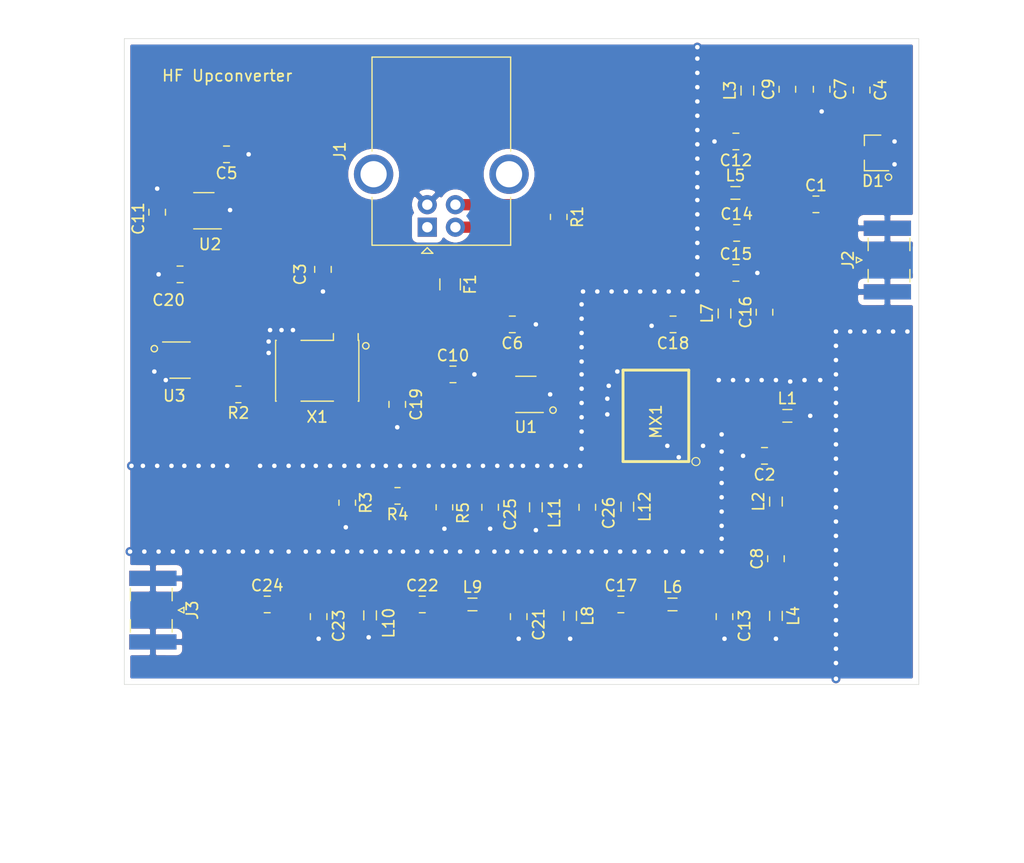
<source format=kicad_pcb>
(kicad_pcb (version 20171130) (host pcbnew "(5.1.10)-1")
  (layers (0 F.Cu signal) (31 B.Cu signal hide) (34 B.Paste user) (35 F.Paste user) (36 B.SilkS user) (37 F.SilkS user) (38 B.Mask user) (39 F.Mask user) (44 Edge.Cuts user))
  (net 0 "")
  (net 1 "Net-(C1-Pad2)")
  (net 2 "Net-(C1-Pad1)")
  (net 3 Output)
  (net 4 GND)
  (net 5 "Net-(C3-Pad1)")
  (net 6 "Net-(C4-Pad1)")
  (net 7 "Net-(C8-Pad2)")
  (net 8 "Net-(C13-Pad1)")
  (net 9 "Net-(C12-Pad1)")
  (net 10 +3V3)
  (net 11 +5V)
  (net 12 "Net-(C14-Pad1)")
  (net 13 RF)
  (net 14 "Net-(C17-Pad2)")
  (net 15 "Net-(C17-Pad1)")
  (net 16 "Net-(C22-Pad2)")
  (net 17 "Net-(C22-Pad1)")
  (net 18 "Net-(C24-Pad1)")
  (net 19 OSC)
  (net 20 "Net-(C26-Pad1)")
  (net 21 "Net-(F1-Pad1)")
  (net 22 "Net-(J1-Pad2)")
  (net 23 "Net-(J1-Pad3)")
  (net 24 "Net-(J1-Pad5)")
  (net 25 "Net-(R2-Pad2)")
  (net 26 "Net-(R2-Pad1)")
  (net 27 "Net-(R3-Pad1)")
  (net 28 "Net-(U1-Pad4)")
  (net 29 "Net-(U2-Pad4)")
  (module Connector_Coaxial:SMA_Samtec_SMA-J-P-X-ST-EM1_EdgeMount (layer F.Cu) (at 116.586 49.657 90)
    (fp_text reference J2 (at 0 -3.5 90) (layer F.SilkS))
    (fp_text value "SMA IN")
    (pad 2 smd rect (at -2.825 0 90) (size 1.35 4.2) (layers B.Cu B.Paste B.Mask) (net 4 GND))
    (pad 2 smd rect (at 2.825 0 90) (size 1.35 4.2) (layers B.Cu B.Paste B.Mask) (net 4 GND))
    (pad 2 smd rect (at -2.825 0 90) (size 1.35 4.2) (layers F.Cu F.Paste F.Mask) (net 4 GND))
    (pad 2 smd rect (at 2.825 0 90) (size 1.35 4.2) (layers F.Cu F.Paste F.Mask) (net 4 GND))
    (pad 1 smd rect (at 0 0.2 90) (size 1.27 3.6) (layers F.Cu F.Paste F.Mask) (net 1 "Net-(C1-Pad2)"))
  )
  (module Connector_Coaxial:SMA_Samtec_SMA-J-P-X-ST-EM1_EdgeMount (layer F.Cu) (at 51.308 80.772 270)
    (fp_text reference J3 (at 0 -3.5 90) (layer F.SilkS))
    (fp_text value "SMA OUT")
    (pad 1 smd rect (at 0 0.2 270) (size 1.27 3.6) (layers F.Cu F.Paste F.Mask) (net 18 "Net-(C24-Pad1)"))
    (pad 2 smd rect (at 2.825 0 270) (size 1.35 4.2) (layers F.Cu F.Paste F.Mask) (net 4 GND))
    (pad 2 smd rect (at -2.825 0 270) (size 1.35 4.2) (layers F.Cu F.Paste F.Mask) (net 4 GND))
    (pad 2 smd rect (at 2.825 0 270) (size 1.35 4.2) (layers B.Cu B.Paste B.Mask) (net 4 GND))
    (pad 2 smd rect (at -2.825 0 270) (size 1.35 4.2) (layers B.Cu B.Paste B.Mask) (net 4 GND))
  )
  (module Capacitor_SMD:C_0805_2012Metric (layer F.Cu) (at 53.721 50.927 180)
    (fp_text reference C20 (at 1.016 -2.286) (layer F.SilkS))
    (fp_text value 100nF)
    (pad 2 smd roundrect (at 0.95 0 180) (size 1 1.45) (layers F.Cu F.Paste F.Mask) (net 4 GND))
    (pad 1 smd roundrect (at -0.95 0 180) (size 1 1.45) (layers F.Cu F.Paste F.Mask) (net 11 +5V))
  )
  (module Capacitor_SMD:C_0805_2012Metric (layer F.Cu) (at 110.236 44.704)
    (fp_text reference C1 (at 0 -1.68) (layer F.SilkS))
    (fp_text value 100nF)
    (pad 2 smd roundrect (at 0.95 0) (size 1 1.45) (layers F.Cu F.Paste F.Mask) (net 1 "Net-(C1-Pad2)"))
    (pad 1 smd roundrect (at -0.95 0) (size 1 1.45) (layers F.Cu F.Paste F.Mask) (net 2 "Net-(C1-Pad1)"))
  )
  (module Capacitor_SMD:C_0805_2012Metric (layer F.Cu) (at 105.664 67.056 180)
    (fp_text reference C2 (at 0 -1.68) (layer F.SilkS))
    (fp_text value 18pF)
    (pad 1 smd roundrect (at -0.95 0 180) (size 1 1.45) (layers F.Cu F.Paste F.Mask) (net 3 Output))
    (pad 2 smd roundrect (at 0.95 0 180) (size 1 1.45) (layers F.Cu F.Paste F.Mask) (net 4 GND))
  )
  (module Capacitor_SMD:C_0805_2012Metric (layer F.Cu) (at 66.421 50.485 270)
    (fp_text reference C3 (at 0.442 2.032 90) (layer F.SilkS))
    (fp_text value 4.7uF)
    (pad 2 smd roundrect (at 0.95 0 270) (size 1 1.45) (layers F.Cu F.Paste F.Mask) (net 4 GND))
    (pad 1 smd roundrect (at -0.95 0 270) (size 1 1.45) (layers F.Cu F.Paste F.Mask) (net 5 "Net-(C3-Pad1)"))
  )
  (module Capacitor_SMD:C_0805_2012Metric (layer F.Cu) (at 114.3 34.544 270)
    (fp_text reference C4 (at 0 -1.68 90) (layer F.SilkS))
    (fp_text value 100nF)
    (pad 1 smd roundrect (at -0.95 0 270) (size 1 1.45) (layers F.Cu F.Paste F.Mask) (net 6 "Net-(C4-Pad1)"))
    (pad 2 smd roundrect (at 0.95 0 270) (size 1 1.45) (layers F.Cu F.Paste F.Mask) (net 2 "Net-(C1-Pad1)"))
  )
  (module Capacitor_SMD:C_0805_2012Metric (layer F.Cu) (at 57.851 40.259 180)
    (fp_text reference C5 (at 0 -1.68) (layer F.SilkS))
    (fp_text value 1uF)
    (pad 1 smd roundrect (at -0.95 0 180) (size 1 1.45) (layers F.Cu F.Paste F.Mask) (net 4 GND))
    (pad 2 smd roundrect (at 0.95 0 180) (size 1 1.45) (layers F.Cu F.Paste F.Mask) (net 5 "Net-(C3-Pad1)"))
  )
  (module Capacitor_SMD:C_0805_2012Metric (layer F.Cu) (at 83.251 55.372 180)
    (fp_text reference C6 (at 0 -1.68) (layer F.SilkS))
    (fp_text value 1uF)
    (pad 2 smd roundrect (at 0.95 0 180) (size 1 1.45) (layers F.Cu F.Paste F.Mask) (net 5 "Net-(C3-Pad1)"))
    (pad 1 smd roundrect (at -0.95 0 180) (size 1 1.45) (layers F.Cu F.Paste F.Mask) (net 4 GND))
  )
  (module Capacitor_SMD:C_0805_2012Metric (layer F.Cu) (at 110.744 34.478 270)
    (fp_text reference C7 (at 0 -1.68 90) (layer F.SilkS))
    (fp_text value 160pF)
    (pad 2 smd roundrect (at 0.95 0 270) (size 1 1.45) (layers F.Cu F.Paste F.Mask) (net 4 GND))
    (pad 1 smd roundrect (at -0.95 0 270) (size 1 1.45) (layers F.Cu F.Paste F.Mask) (net 6 "Net-(C4-Pad1)"))
  )
  (module Capacitor_SMD:C_0805_2012Metric (layer F.Cu) (at 106.68 76.2 90)
    (fp_text reference C8 (at 0 -1.68 90) (layer F.SilkS))
    (fp_text value 8.2pF)
    (pad 2 smd roundrect (at 0.95 0 90) (size 1 1.45) (layers F.Cu F.Paste F.Mask) (net 7 "Net-(C8-Pad2)"))
    (pad 1 smd roundrect (at -0.95 0 90) (size 1 1.45) (layers F.Cu F.Paste F.Mask) (net 8 "Net-(C13-Pad1)"))
  )
  (module Capacitor_SMD:C_0805_2012Metric (layer F.Cu) (at 107.696 34.478 90)
    (fp_text reference C9 (at 0 -1.68 90) (layer F.SilkS))
    (fp_text value 18pF)
    (pad 1 smd roundrect (at -0.95 0 90) (size 1 1.45) (layers F.Cu F.Paste F.Mask) (net 9 "Net-(C12-Pad1)"))
    (pad 2 smd roundrect (at 0.95 0 90) (size 1 1.45) (layers F.Cu F.Paste F.Mask) (net 6 "Net-(C4-Pad1)"))
  )
  (module Capacitor_SMD:C_0805_2012Metric (layer F.Cu) (at 77.978 59.817)
    (fp_text reference C10 (at 0 -1.68) (layer F.SilkS))
    (fp_text value 4.7uF)
    (pad 1 smd roundrect (at -0.95 0) (size 1 1.45) (layers F.Cu F.Paste F.Mask) (net 10 +3V3))
    (pad 2 smd roundrect (at 0.95 0) (size 1 1.45) (layers F.Cu F.Paste F.Mask) (net 4 GND))
  )
  (module Capacitor_SMD:C_0805_2012Metric (layer F.Cu) (at 51.689 45.405 90)
    (fp_text reference C11 (at -0.569 -1.68 90) (layer F.SilkS))
    (fp_text value 4.7uF)
    (pad 2 smd roundrect (at 0.95 0 90) (size 1 1.45) (layers F.Cu F.Paste F.Mask) (net 4 GND))
    (pad 1 smd roundrect (at -0.95 0 90) (size 1 1.45) (layers F.Cu F.Paste F.Mask) (net 11 +5V))
  )
  (module Capacitor_SMD:C_0805_2012Metric (layer F.Cu) (at 103.124 39.116 180)
    (fp_text reference C12 (at 0 -1.68) (layer F.SilkS))
    (fp_text value 200pF)
    (pad 1 smd roundrect (at -0.95 0 180) (size 1 1.45) (layers F.Cu F.Paste F.Mask) (net 9 "Net-(C12-Pad1)"))
    (pad 2 smd roundrect (at 0.95 0 180) (size 1 1.45) (layers F.Cu F.Paste F.Mask) (net 4 GND))
  )
  (module Capacitor_SMD:C_0805_2012Metric (layer F.Cu) (at 102.108 81.346 270)
    (fp_text reference C13 (at 0.823 -1.778 90) (layer F.SilkS))
    (fp_text value 75pF)
    (pad 1 smd roundrect (at -0.95 0 270) (size 1 1.45) (layers F.Cu F.Paste F.Mask) (net 8 "Net-(C13-Pad1)"))
    (pad 2 smd roundrect (at 0.95 0 270) (size 1 1.45) (layers F.Cu F.Paste F.Mask) (net 4 GND))
  )
  (module Capacitor_SMD:C_0805_2012Metric (layer F.Cu) (at 103.19 47.244)
    (fp_text reference C14 (at 0 -1.68) (layer F.SilkS))
    (fp_text value 90pF)
    (pad 2 smd roundrect (at 0.95 0) (size 1 1.45) (layers F.Cu F.Paste F.Mask) (net 9 "Net-(C12-Pad1)"))
    (pad 1 smd roundrect (at -0.95 0) (size 1 1.45) (layers F.Cu F.Paste F.Mask) (net 12 "Net-(C14-Pad1)"))
  )
  (module Capacitor_SMD:C_0805_2012Metric (layer F.Cu) (at 103.124 50.8)
    (fp_text reference C15 (at 0 -1.68) (layer F.SilkS))
    (fp_text value 160pF)
    (pad 1 smd roundrect (at -0.95 0) (size 1 1.45) (layers F.Cu F.Paste F.Mask) (net 12 "Net-(C14-Pad1)"))
    (pad 2 smd roundrect (at 0.95 0) (size 1 1.45) (layers F.Cu F.Paste F.Mask) (net 4 GND))
  )
  (module Capacitor_SMD:C_0805_2012Metric (layer F.Cu) (at 105.664 54.29 90)
    (fp_text reference C16 (at 0 -1.68 90) (layer F.SilkS))
    (fp_text value 62pF)
    (pad 1 smd roundrect (at -0.95 0 90) (size 1 1.45) (layers F.Cu F.Paste F.Mask) (net 13 RF))
    (pad 2 smd roundrect (at 0.95 0 90) (size 1 1.45) (layers F.Cu F.Paste F.Mask) (net 12 "Net-(C14-Pad1)"))
  )
  (module Capacitor_SMD:C_0805_2012Metric (layer F.Cu) (at 92.898 80.264)
    (fp_text reference C17 (at 0 -1.68) (layer F.SilkS))
    (fp_text value 5.1pF)
    (pad 2 smd roundrect (at 0.95 0) (size 1 1.45) (layers F.Cu F.Paste F.Mask) (net 14 "Net-(C17-Pad2)"))
    (pad 1 smd roundrect (at -0.95 0) (size 1 1.45) (layers F.Cu F.Paste F.Mask) (net 15 "Net-(C17-Pad1)"))
  )
  (module Capacitor_SMD:C_0805_2012Metric (layer F.Cu) (at 97.536 55.372 180)
    (fp_text reference C18 (at 0 -1.68) (layer F.SilkS))
    (fp_text value 130pF)
    (pad 1 smd roundrect (at -0.95 0 180) (size 1 1.45) (layers F.Cu F.Paste F.Mask) (net 13 RF))
    (pad 2 smd roundrect (at 0.95 0 180) (size 1 1.45) (layers F.Cu F.Paste F.Mask) (net 4 GND))
  )
  (module Capacitor_SMD:C_0805_2012Metric (layer F.Cu) (at 73.025 62.484 270)
    (fp_text reference C19 (at 0 -1.68 90) (layer F.SilkS))
    (fp_text value 100nF)
    (pad 1 smd roundrect (at -0.95 0 270) (size 1 1.45) (layers F.Cu F.Paste F.Mask) (net 10 +3V3))
    (pad 2 smd roundrect (at 0.95 0 270) (size 1 1.45) (layers F.Cu F.Paste F.Mask) (net 4 GND))
  )
  (module Capacitor_SMD:C_0805_2012Metric (layer F.Cu) (at 83.82 81.346 270)
    (fp_text reference C21 (at 0.696 -1.778 90) (layer F.SilkS))
    (fp_text value 75pF)
    (pad 1 smd roundrect (at -0.95 0 270) (size 1 1.45) (layers F.Cu F.Paste F.Mask) (net 15 "Net-(C17-Pad1)"))
    (pad 2 smd roundrect (at 0.95 0 270) (size 1 1.45) (layers F.Cu F.Paste F.Mask) (net 4 GND))
  )
  (module Capacitor_SMD:C_0805_2012Metric (layer F.Cu) (at 75.25 80.264)
    (fp_text reference C22 (at 0 -1.68) (layer F.SilkS))
    (fp_text value 8.2pF)
    (pad 2 smd roundrect (at 0.95 0) (size 1 1.45) (layers F.Cu F.Paste F.Mask) (net 16 "Net-(C22-Pad2)"))
    (pad 1 smd roundrect (at -0.95 0) (size 1 1.45) (layers F.Cu F.Paste F.Mask) (net 17 "Net-(C22-Pad1)"))
  )
  (module Capacitor_SMD:C_0805_2012Metric (layer F.Cu) (at 66.04 81.346 270)
    (fp_text reference C23 (at 0.823 -1.778 90) (layer F.SilkS))
    (fp_text value 18pF)
    (pad 2 smd roundrect (at 0.95 0 270) (size 1 1.45) (layers F.Cu F.Paste F.Mask) (net 4 GND))
    (pad 1 smd roundrect (at -0.95 0 270) (size 1 1.45) (layers F.Cu F.Paste F.Mask) (net 17 "Net-(C22-Pad1)"))
  )
  (module Capacitor_SMD:C_0805_2012Metric (layer F.Cu) (at 61.468 80.264)
    (fp_text reference C24 (at 0 -1.68) (layer F.SilkS))
    (fp_text value 100nF)
    (pad 1 smd roundrect (at -0.95 0) (size 1 1.45) (layers F.Cu F.Paste F.Mask) (net 18 "Net-(C24-Pad1)"))
    (pad 2 smd roundrect (at 0.95 0) (size 1 1.45) (layers F.Cu F.Paste F.Mask) (net 17 "Net-(C22-Pad1)"))
  )
  (module Capacitor_SMD:C_0805_2012Metric (layer F.Cu) (at 81.28 71.628 270)
    (fp_text reference C25 (at 0.635 -1.778 90) (layer F.SilkS))
    (fp_text value 68pF)
    (pad 1 smd roundrect (at -0.95 0 270) (size 1 1.45) (layers F.Cu F.Paste F.Mask) (net 19 OSC))
    (pad 2 smd roundrect (at 0.95 0 270) (size 1 1.45) (layers F.Cu F.Paste F.Mask) (net 4 GND))
  )
  (module Capacitor_SMD:C_0805_2012Metric (layer F.Cu) (at 89.916 71.628 90)
    (fp_text reference C26 (at -0.508 1.905 90) (layer F.SilkS))
    (fp_text value 47pF)
    (pad 2 smd roundrect (at 0.95 0 90) (size 1 1.45) (layers F.Cu F.Paste F.Mask) (net 19 OSC))
    (pad 1 smd roundrect (at -0.95 0 90) (size 1 1.45) (layers F.Cu F.Paste F.Mask) (net 20 "Net-(C26-Pad1)"))
  )
  (module Package_TO_SOT_SMD:SOT-23 (layer F.Cu) (at 115.3 40.132 180)
    (fp_text reference D1 (at 0 -2.5) (layer F.SilkS))
    (fp_text value BAV99)
    (pad 1 smd rect (at -1 -0.95 180) (size 0.9 0.8) (layers F.Cu F.Paste F.Mask) (net 4 GND))
    (pad 2 smd rect (at -1 0.95 180) (size 0.9 0.8) (layers F.Cu F.Paste F.Mask) (net 4 GND))
    (pad 3 smd rect (at 1 0 180) (size 0.9 0.8) (layers F.Cu F.Paste F.Mask) (net 2 "Net-(C1-Pad1)"))
  )
  (module Fuse:Fuse_1206_3216Metric_Castellated (layer F.Cu) (at 77.724 51.816 270)
    (fp_text reference F1 (at 0 -1.78 90) (layer F.SilkS))
    (fp_text value 750mA)
    (pad 1 smd roundrect (at -1.425 0 270) (size 1.6 1.65) (layers F.Cu F.Paste F.Mask) (roundrect_rratio 0.15625) (net 21 "Net-(F1-Pad1)"))
    (pad 2 smd roundrect (at 1.425 0 270) (size 1.6 1.65) (layers F.Cu F.Paste F.Mask) (roundrect_rratio 0.15625) (net 5 "Net-(C3-Pad1)"))
  )
  (module Connector_USB:USB_B_OST_USB-B1HSxx_Horizontal (layer F.Cu) (at 75.692 46.736 90)
    (fp_text reference J1 (at 6.76 -7.77 90) (layer F.SilkS))
    (fp_text value USB_B)
    (pad 1 thru_hole rect (at 0 0 90) (size 1.7 1.7) (drill 0.92) (layers *.Cu *.Mask) (net 21 "Net-(F1-Pad1)"))
    (pad 2 thru_hole circle (at 0 2.5 90) (size 1.7 1.7) (drill 0.92) (layers *.Cu *.Mask) (net 22 "Net-(J1-Pad2)"))
    (pad 3 thru_hole circle (at 2 2.5 90) (size 1.7 1.7) (drill 0.92) (layers *.Cu *.Mask) (net 23 "Net-(J1-Pad3)"))
    (pad 4 thru_hole circle (at 2 0 90) (size 1.7 1.7) (drill 0.92) (layers *.Cu *.Mask) (net 4 GND))
    (pad 5 thru_hole circle (at 4.71 -4.77 90) (size 3.5 3.5) (drill 2.33) (layers *.Cu *.Mask) (net 24 "Net-(J1-Pad5)"))
    (pad 5 thru_hole circle (at 4.71 7.27 90) (size 3.5 3.5) (drill 2.33) (layers *.Cu *.Mask) (net 24 "Net-(J1-Pad5)"))
  )
  (module Inductor_SMD:L_0805_2012Metric (layer F.Cu) (at 107.696 63.5)
    (fp_text reference L1 (at 0 -1.55) (layer F.SilkS))
    (fp_text value 62nH)
    (pad 1 smd roundrect (at -1.0625 0) (size 0.875 1.2) (layers F.Cu F.Paste F.Mask) (net 3 Output))
    (pad 2 smd roundrect (at 1.0625 0) (size 0.875 1.2) (layers F.Cu F.Paste F.Mask) (net 4 GND))
  )
  (module Inductor_SMD:L_0805_2012Metric (layer F.Cu) (at 106.68 71.12 90)
    (fp_text reference L2 (at 0 -1.55 90) (layer F.SilkS))
    (fp_text value 130nH)
    (pad 2 smd roundrect (at 1.0625 0 90) (size 0.875 1.2) (layers F.Cu F.Paste F.Mask) (net 3 Output))
    (pad 1 smd roundrect (at -1.0625 0 90) (size 0.875 1.2) (layers F.Cu F.Paste F.Mask) (net 7 "Net-(C8-Pad2)"))
  )
  (module Inductor_SMD:L_0805_2012Metric (layer F.Cu) (at 104.14 34.5905 90)
    (fp_text reference L3 (at 0 -1.55 90) (layer F.SilkS))
    (fp_text value 270nH)
    (pad 2 smd roundrect (at 1.0625 0 90) (size 0.875 1.2) (layers F.Cu F.Paste F.Mask) (net 6 "Net-(C4-Pad1)"))
    (pad 1 smd roundrect (at -1.0625 0 90) (size 0.875 1.2) (layers F.Cu F.Paste F.Mask) (net 9 "Net-(C12-Pad1)"))
  )
  (module Inductor_SMD:L_0805_2012Metric (layer F.Cu) (at 106.68 81.28 270)
    (fp_text reference L4 (at 0 -1.55 90) (layer F.SilkS))
    (fp_text value 15nH)
    (pad 1 smd roundrect (at -1.0625 0 270) (size 0.875 1.2) (layers F.Cu F.Paste F.Mask) (net 8 "Net-(C13-Pad1)"))
    (pad 2 smd roundrect (at 1.0625 0 270) (size 0.875 1.2) (layers F.Cu F.Paste F.Mask) (net 4 GND))
  )
  (module Inductor_SMD:L_0805_2012Metric (layer F.Cu) (at 103.0775 43.688)
    (fp_text reference L5 (at 0 -1.55) (layer F.SilkS))
    (fp_text value 180nH)
    (pad 1 smd roundrect (at -1.0625 0) (size 0.875 1.2) (layers F.Cu F.Paste F.Mask) (net 12 "Net-(C14-Pad1)"))
    (pad 2 smd roundrect (at 1.0625 0) (size 0.875 1.2) (layers F.Cu F.Paste F.Mask) (net 9 "Net-(C12-Pad1)"))
  )
  (module Inductor_SMD:L_0805_2012Metric (layer F.Cu) (at 97.4895 80.264)
    (fp_text reference L6 (at 0 -1.55) (layer F.SilkS))
    (fp_text value 220nH)
    (pad 2 smd roundrect (at 1.0625 0) (size 0.875 1.2) (layers F.Cu F.Paste F.Mask) (net 8 "Net-(C13-Pad1)"))
    (pad 1 smd roundrect (at -1.0625 0) (size 0.875 1.2) (layers F.Cu F.Paste F.Mask) (net 14 "Net-(C17-Pad2)"))
  )
  (module Inductor_SMD:L_0805_2012Metric (layer F.Cu) (at 102.108 54.4025 90)
    (fp_text reference L7 (at 0 -1.55 90) (layer F.SilkS))
    (fp_text value 200nH)
    (pad 2 smd roundrect (at 1.0625 0 90) (size 0.875 1.2) (layers F.Cu F.Paste F.Mask) (net 12 "Net-(C14-Pad1)"))
    (pad 1 smd roundrect (at -1.0625 0 90) (size 0.875 1.2) (layers F.Cu F.Paste F.Mask) (net 13 RF))
  )
  (module Inductor_SMD:L_0805_2012Metric (layer F.Cu) (at 88.392 81.28 270)
    (fp_text reference L8 (at 0 -1.55 90) (layer F.SilkS))
    (fp_text value 15nH)
    (pad 1 smd roundrect (at -1.0625 0 270) (size 0.875 1.2) (layers F.Cu F.Paste F.Mask) (net 15 "Net-(C17-Pad1)"))
    (pad 2 smd roundrect (at 1.0625 0 270) (size 0.875 1.2) (layers F.Cu F.Paste F.Mask) (net 4 GND))
  )
  (module Inductor_SMD:L_0805_2012Metric (layer F.Cu) (at 79.7095 80.264)
    (fp_text reference L9 (at 0 -1.55) (layer F.SilkS))
    (fp_text value 130nH)
    (pad 1 smd roundrect (at -1.0625 0) (size 0.875 1.2) (layers F.Cu F.Paste F.Mask) (net 16 "Net-(C22-Pad2)"))
    (pad 2 smd roundrect (at 1.0625 0) (size 0.875 1.2) (layers F.Cu F.Paste F.Mask) (net 15 "Net-(C17-Pad1)"))
  )
  (module Inductor_SMD:L_0805_2012Metric (layer F.Cu) (at 70.612 81.2335 270)
    (fp_text reference L10 (at 0.6815 -1.651 90) (layer F.SilkS))
    (fp_text value 62nH)
    (pad 2 smd roundrect (at 1.0625 0 270) (size 0.875 1.2) (layers F.Cu F.Paste F.Mask) (net 4 GND))
    (pad 1 smd roundrect (at -1.0625 0 270) (size 0.875 1.2) (layers F.Cu F.Paste F.Mask) (net 17 "Net-(C22-Pad1)"))
  )
  (module Inductor_SMD:L_0805_2012Metric (layer F.Cu) (at 85.344 71.628 270)
    (fp_text reference L11 (at 0.508 -1.651 90) (layer F.SilkS))
    (fp_text value 24nH)
    (pad 1 smd roundrect (at -1.0625 0 270) (size 0.875 1.2) (layers F.Cu F.Paste F.Mask) (net 19 OSC))
    (pad 2 smd roundrect (at 1.0625 0 270) (size 0.875 1.2) (layers F.Cu F.Paste F.Mask) (net 4 GND))
  )
  (module Inductor_SMD:L_0805_2012Metric (layer F.Cu) (at 93.472 71.5815 270)
    (fp_text reference L12 (at 0 -1.55 90) (layer F.SilkS))
    (fp_text value 36nH)
    (pad 2 smd roundrect (at 1.0625 0 270) (size 0.875 1.2) (layers F.Cu F.Paste F.Mask) (net 20 "Net-(C26-Pad1)"))
    (pad 1 smd roundrect (at -1.0625 0 270) (size 0.875 1.2) (layers F.Cu F.Paste F.Mask) (net 19 OSC))
  )
  (module ADE-1:CD636 (layer F.Cu) (at 96.012 63.5 90)
    (fp_text reference MX1 (at -0.508 0 270) (layer F.SilkS) (effects (font (size 1.00185 1.00185))))
    (fp_text value ADE-1)
    (pad 6 smd rect (at -2.54 -2.54 90) (size 1.651 2.54) (layers F.Cu F.Paste F.Mask) (net 19 OSC))
    (pad 5 smd rect (at 0 -2.54 90) (size 1.651 2.54) (layers F.Cu F.Paste F.Mask) (net 4 GND))
    (pad 4 smd rect (at 2.54 -2.54 90) (size 1.651 2.54) (layers F.Cu F.Paste F.Mask) (net 4 GND))
    (pad 3 smd rect (at 2.54 2.54 90) (size 1.651 2.54) (layers F.Cu F.Paste F.Mask) (net 13 RF))
    (pad 2 smd rect (at 0 2.54 90) (size 1.651 2.54) (layers F.Cu F.Paste F.Mask) (net 3 Output))
    (pad 1 smd rect (at -2.54 2.54 90) (size 1.651 2.54) (layers F.Cu F.Paste F.Mask) (net 4 GND))
  )
  (module Resistor_SMD:R_0805_2012Metric (layer F.Cu) (at 87.376 45.8235 270)
    (fp_text reference R1 (at 0 -1.65 90) (layer F.SilkS))
    (fp_text value 160)
    (pad 2 smd roundrect (at 0.9125 0 270) (size 1.025 1.4) (layers F.Cu F.Paste F.Mask) (roundrect_rratio 0.2439014634146341) (net 22 "Net-(J1-Pad2)"))
    (pad 1 smd roundrect (at -0.9125 0 270) (size 1.025 1.4) (layers F.Cu F.Paste F.Mask) (roundrect_rratio 0.2439014634146341) (net 23 "Net-(J1-Pad3)"))
  )
  (module Resistor_SMD:R_0805_2012Metric (layer F.Cu) (at 58.9045 61.595 180)
    (fp_text reference R2 (at 0 -1.65) (layer F.SilkS))
    (fp_text value 160)
    (pad 2 smd roundrect (at 0.9125 0 180) (size 1.025 1.4) (layers F.Cu F.Paste F.Mask) (roundrect_rratio 0.2439014634146341) (net 25 "Net-(R2-Pad2)"))
    (pad 1 smd roundrect (at -0.9125 0 180) (size 1.025 1.4) (layers F.Cu F.Paste F.Mask) (roundrect_rratio 0.2439014634146341) (net 26 "Net-(R2-Pad1)"))
  )
  (module Resistor_SMD:R_0805_2012Metric (layer F.Cu) (at 68.58 71.2235 270)
    (fp_text reference R3 (at 0 -1.65 90) (layer F.SilkS))
    (fp_text value 160)
    (pad 1 smd roundrect (at -0.9125 0 270) (size 1.025 1.4) (layers F.Cu F.Paste F.Mask) (roundrect_rratio 0.2439014634146341) (net 27 "Net-(R3-Pad1)"))
    (pad 2 smd roundrect (at 0.9125 0 270) (size 1.025 1.4) (layers F.Cu F.Paste F.Mask) (roundrect_rratio 0.2439014634146341) (net 4 GND))
  )
  (module Resistor_SMD:R_0805_2012Metric (layer F.Cu) (at 73.0485 70.612 180)
    (fp_text reference R4 (at 0 -1.65) (layer F.SilkS))
    (fp_text value 36)
    (pad 1 smd roundrect (at -0.9125 0 180) (size 1.025 1.4) (layers F.Cu F.Paste F.Mask) (roundrect_rratio 0.2439014634146341) (net 19 OSC))
    (pad 2 smd roundrect (at 0.9125 0 180) (size 1.025 1.4) (layers F.Cu F.Paste F.Mask) (roundrect_rratio 0.2439014634146341) (net 27 "Net-(R3-Pad1)"))
  )
  (module Resistor_SMD:R_0805_2012Metric (layer F.Cu) (at 77.216 71.628 270)
    (fp_text reference R5 (at 0.508 -1.651 90) (layer F.SilkS))
    (fp_text value 160)
    (pad 2 smd roundrect (at 0.9125 0 270) (size 1.025 1.4) (layers F.Cu F.Paste F.Mask) (roundrect_rratio 0.2439014634146341) (net 4 GND))
    (pad 1 smd roundrect (at -0.9125 0 270) (size 1.025 1.4) (layers F.Cu F.Paste F.Mask) (roundrect_rratio 0.2439014634146341) (net 19 OSC))
  )
  (module Package_TO_SOT_SMD:SOT-23-5 (layer F.Cu) (at 84.455 61.595 180)
    (fp_text reference U1 (at 0 -2.9) (layer F.SilkS))
    (fp_text value LP5907MFX-3.3)
    (pad 1 smd rect (at -1.1 -0.95 180) (size 1.06 0.65) (layers F.Cu F.Paste F.Mask) (net 5 "Net-(C3-Pad1)"))
    (pad 2 smd rect (at -1.1 0 180) (size 1.06 0.65) (layers F.Cu F.Paste F.Mask) (net 4 GND))
    (pad 3 smd rect (at -1.1 0.95 180) (size 1.06 0.65) (layers F.Cu F.Paste F.Mask) (net 5 "Net-(C3-Pad1)"))
    (pad 4 smd rect (at 1.1 0.95 180) (size 1.06 0.65) (layers F.Cu F.Paste F.Mask) (net 28 "Net-(U1-Pad4)"))
    (pad 5 smd rect (at 1.1 -0.95 180) (size 1.06 0.65) (layers F.Cu F.Paste F.Mask) (net 10 +3V3))
  )
  (module Package_TO_SOT_SMD:SOT-23-5 (layer F.Cu) (at 55.837 45.273 180)
    (fp_text reference U2 (at -0.551 -2.987) (layer F.SilkS))
    (fp_text value LP5907MFX-4.5)
    (pad 5 smd rect (at 1.1 -0.95 180) (size 1.06 0.65) (layers F.Cu F.Paste F.Mask) (net 11 +5V))
    (pad 4 smd rect (at 1.1 0.95 180) (size 1.06 0.65) (layers F.Cu F.Paste F.Mask) (net 29 "Net-(U2-Pad4)"))
    (pad 3 smd rect (at -1.1 0.95 180) (size 1.06 0.65) (layers F.Cu F.Paste F.Mask) (net 5 "Net-(C3-Pad1)"))
    (pad 2 smd rect (at -1.1 0 180) (size 1.06 0.65) (layers F.Cu F.Paste F.Mask) (net 4 GND))
    (pad 1 smd rect (at -1.1 -0.95 180) (size 1.06 0.65) (layers F.Cu F.Paste F.Mask) (net 5 "Net-(C3-Pad1)"))
  )
  (module Package_TO_SOT_SMD:SOT-23-5 (layer F.Cu) (at 53.721 58.547)
    (fp_text reference U3 (at -0.508 3.175) (layer F.SilkS))
    (fp_text value 74LVC1G126)
    (pad 1 smd rect (at -1.1 -0.95) (size 1.06 0.65) (layers F.Cu F.Paste F.Mask) (net 11 +5V))
    (pad 2 smd rect (at -1.1 0) (size 1.06 0.65) (layers F.Cu F.Paste F.Mask) (net 25 "Net-(R2-Pad2)"))
    (pad 3 smd rect (at -1.1 0.95) (size 1.06 0.65) (layers F.Cu F.Paste F.Mask) (net 4 GND))
    (pad 4 smd rect (at 1.1 0.95) (size 1.06 0.65) (layers F.Cu F.Paste F.Mask) (net 27 "Net-(R3-Pad1)"))
    (pad 5 smd rect (at 1.1 -0.95) (size 1.06 0.65) (layers F.Cu F.Paste F.Mask) (net 11 +5V))
  )
  (module Oscillator:Oscillator_SMD_SeikoEpson_SG8002CA-4Pin_7.0x5.0mm (layer F.Cu) (at 65.913 59.495 180)
    (fp_text reference X1 (at 0 -4.1) (layer F.SilkS))
    (fp_text value SG-8002CA)
    (pad 1 smd rect (at -2.54 2.1 180) (size 1.8 2) (layers F.Cu F.Paste F.Mask) (net 10 +3V3))
    (pad 2 smd rect (at 2.54 2.1 180) (size 1.8 2) (layers F.Cu F.Paste F.Mask) (net 4 GND))
    (pad 3 smd rect (at 2.54 -2.1 180) (size 1.8 2) (layers F.Cu F.Paste F.Mask) (net 26 "Net-(R2-Pad1)"))
    (pad 4 smd rect (at -2.54 -2.1 180) (size 1.8 2) (layers F.Cu F.Paste F.Mask) (net 10 +3V3))
  )
  (gr_text "HF Upconverter\n" (at 57.912 33.274) (layer F.SilkS) (effects (font (size 1 1))))
  (gr_circle (center 116.68302 42.291) (end 116.81002 42.545) (layer F.SilkS) (width 0.12))
  (gr_circle (center 51.435 57.531) (end 51.562 57.785) (layer F.SilkS) (width 0.12))
  (gr_circle (center 86.868 62.992) (end 87.122 62.865) (layer F.SilkS) (width 0.12))
  (gr_circle (center 70.231 57.277) (end 70.358 57.531) (layer F.SilkS) (width 0.12))
  (gr_line (start 119.38 87.376) (end 48.768 87.376) (layer Edge.Cuts) (width 0.05))
  (gr_line (start 119.38 29.972) (end 119.38 87.376) (layer Edge.Cuts) (width 0.05))
  (gr_line (start 48.768 29.972) (end 119.38 29.972) (layer Edge.Cuts) (width 0.05))
  (gr_line (start 48.768 87.376) (end 48.768 29.972) (layer Edge.Cuts) (width 0.05))
  (segment (start 111.186 47.428) (end 111.186 44.704) (width 0.25) (layer F.Cu) (net 1))
  (segment (start 116.7245 49.7185) (end 116.786 49.657) (width 0.25) (layer F.Cu) (net 1))
  (segment (start 113.4765 49.7185) (end 116.7245 49.7185) (width 0.25) (layer F.Cu) (net 1))
  (segment (start 113.542 49.784) (end 113.4765 49.7185) (width 0.25) (layer F.Cu) (net 1))
  (segment (start 113.4765 49.7185) (end 111.186 47.428) (width 0.25) (layer F.Cu) (net 1))
  (segment (start 113.858 40.132) (end 114.3 40.132) (width 0.25) (layer F.Cu) (net 2))
  (segment (start 109.286 44.704) (end 113.858 40.132) (width 0.25) (layer F.Cu) (net 2))
  (segment (start 114.3 40.132) (end 114.3 35.494) (width 0.25) (layer F.Cu) (net 2))
  (segment (start 114.3 35.56) (end 114.3 35.494) (width 0.25) (layer F.Cu) (net 2))
  (segment (start 106.68 67.122) (end 106.614 67.056) (width 0.25) (layer F.Cu) (net 3))
  (segment (start 106.68 70.0575) (end 106.68 67.122) (width 0.25) (layer F.Cu) (net 3))
  (segment (start 106.614 63.6125) (end 106.7265 63.5) (width 0.25) (layer F.Cu) (net 3))
  (segment (start 106.614 67.056) (end 106.614 63.6125) (width 0.25) (layer F.Cu) (net 3))
  (segment (start 106.6335 63.5) (end 98.552 63.5) (width 0.25) (layer F.Cu) (net 3))
  (via (at 66.421 52.451) (size 0.8) (drill 0.4) (layers F.Cu B.Cu) (net 4))
  (via (at 59.817 40.259) (size 0.8) (drill 0.4) (layers F.Cu B.Cu) (net 4))
  (via (at 58.166 45.212) (size 0.8) (drill 0.4) (layers F.Cu B.Cu) (net 4))
  (via (at 51.689 43.307) (size 0.8) (drill 0.4) (layers F.Cu B.Cu) (net 4))
  (via (at 51.816 50.927) (size 0.8) (drill 0.4) (layers F.Cu B.Cu) (net 4))
  (via (at 51.435 59.563) (size 0.8) (drill 0.4) (layers F.Cu B.Cu) (net 4))
  (via (at 52.451 60.325) (size 0.8) (drill 0.4) (layers F.Cu B.Cu) (net 4))
  (via (at 61.595 57.912) (size 0.8) (drill 0.4) (layers F.Cu B.Cu) (net 4))
  (via (at 61.595 56.896) (size 0.8) (drill 0.4) (layers F.Cu B.Cu) (net 4))
  (via (at 61.722 55.88) (size 0.8) (drill 0.4) (layers F.Cu B.Cu) (net 4))
  (via (at 62.738 55.88) (size 0.8) (drill 0.4) (layers F.Cu B.Cu) (net 4))
  (via (at 63.754 55.88) (size 0.8) (drill 0.4) (layers F.Cu B.Cu) (net 4))
  (via (at 68.453 73.406) (size 0.8) (drill 0.4) (layers F.Cu B.Cu) (net 4))
  (via (at 77.216 73.533) (size 0.8) (drill 0.4) (layers F.Cu B.Cu) (net 4))
  (via (at 81.28 73.533) (size 0.8) (drill 0.4) (layers F.Cu B.Cu) (net 4))
  (via (at 66.04 83.312) (size 0.8) (drill 0.4) (layers F.Cu B.Cu) (net 4))
  (via (at 70.485 83.185) (size 0.8) (drill 0.4) (layers F.Cu B.Cu) (net 4))
  (via (at 83.82 83.312) (size 0.8) (drill 0.4) (layers F.Cu B.Cu) (net 4))
  (via (at 88.392 83.312) (size 0.8) (drill 0.4) (layers F.Cu B.Cu) (net 4))
  (via (at 106.68 83.312) (size 0.8) (drill 0.4) (layers F.Cu B.Cu) (net 4))
  (via (at 103.759 67.056) (size 0.8) (drill 0.4) (layers F.Cu B.Cu) (net 4))
  (via (at 91.821 60.833) (size 0.8) (drill 0.4) (layers F.Cu B.Cu) (net 4))
  (via (at 92.583 59.563) (size 0.8) (drill 0.4) (layers F.Cu B.Cu) (net 4))
  (via (at 91.694 63.373) (size 0.8) (drill 0.4) (layers F.Cu B.Cu) (net 4))
  (via (at 91.694 61.976) (size 0.8) (drill 0.4) (layers F.Cu B.Cu) (net 4))
  (via (at 97.028 66.167) (size 0.8) (drill 0.4) (layers F.Cu B.Cu) (net 4))
  (via (at 98.044 67.183) (size 0.8) (drill 0.4) (layers F.Cu B.Cu) (net 4))
  (via (at 100.203 66.167) (size 0.8) (drill 0.4) (layers F.Cu B.Cu) (net 4))
  (via (at 109.728 63.5) (size 0.8) (drill 0.4) (layers F.Cu B.Cu) (net 4))
  (via (at 110.744 36.449) (size 0.8) (drill 0.4) (layers F.Cu B.Cu) (net 4))
  (via (at 79.883 59.817) (size 0.8) (drill 0.4) (layers F.Cu B.Cu) (net 4))
  (via (at 101.219 39.116) (size 0.8) (drill 0.4) (layers F.Cu B.Cu) (net 4))
  (via (at 85.344 55.372) (size 0.8) (drill 0.4) (layers F.Cu B.Cu) (net 4))
  (via (at 105.029 50.8) (size 0.8) (drill 0.4) (layers F.Cu B.Cu) (net 4))
  (via (at 73.025 64.516) (size 0.8) (drill 0.4) (layers F.Cu B.Cu) (net 4))
  (via (at 95.631 55.499) (size 0.8) (drill 0.4) (layers F.Cu B.Cu) (net 4))
  (via (at 117.221 41.148) (size 0.8) (drill 0.4) (layers F.Cu B.Cu) (net 4))
  (via (at 117.221 39.116) (size 0.8) (drill 0.4) (layers F.Cu B.Cu) (net 4))
  (segment (start 59.817 40.259) (end 58.801 40.259) (width 1) (layer F.Cu) (net 4))
  (segment (start 51.689 43.307) (end 51.689 44.455) (width 1) (layer F.Cu) (net 4))
  (segment (start 51.694 44.45) (end 51.689 44.455) (width 1) (layer F.Cu) (net 4))
  (segment (start 58.105 45.273) (end 58.166 45.212) (width 0.5) (layer F.Cu) (net 4))
  (segment (start 56.937 45.273) (end 58.105 45.273) (width 0.5) (layer F.Cu) (net 4))
  (segment (start 51.816 50.927) (end 52.771 50.927) (width 1) (layer F.Cu) (net 4))
  (segment (start 66.421 52.451) (end 66.421 51.435) (width 1) (layer F.Cu) (net 4))
  (segment (start 52.555 59.563) (end 52.621 59.497) (width 0.75) (layer F.Cu) (net 4))
  (segment (start 51.435 59.563) (end 52.555 59.563) (width 0.75) (layer F.Cu) (net 4))
  (segment (start 52.687 59.563) (end 52.621 59.497) (width 0.75) (layer F.Cu) (net 4))
  (segment (start 52.621 60.155) (end 52.451 60.325) (width 0.75) (layer F.Cu) (net 4))
  (segment (start 52.621 59.497) (end 52.621 60.155) (width 0.75) (layer F.Cu) (net 4))
  (segment (start 51.689 59.563) (end 52.451 60.325) (width 0.75) (layer F.Cu) (net 4))
  (segment (start 51.435 59.563) (end 51.689 59.563) (width 0.75) (layer F.Cu) (net 4))
  (segment (start 52.451 60.325) (end 52.832 60.325) (width 0.75) (layer F.Cu) (net 4))
  (segment (start 62.856 57.912) (end 63.373 57.395) (width 1) (layer F.Cu) (net 4))
  (segment (start 63.382 57.404) (end 63.373 57.395) (width 1) (layer F.Cu) (net 4))
  (segment (start 63.754 57.014) (end 63.373 57.395) (width 1) (layer F.Cu) (net 4))
  (segment (start 63.754 55.88) (end 63.754 57.014) (width 1) (layer F.Cu) (net 4))
  (segment (start 62.738 56.76) (end 63.373 57.395) (width 1) (layer F.Cu) (net 4))
  (segment (start 62.738 55.88) (end 62.738 56.76) (width 1) (layer F.Cu) (net 4))
  (segment (start 62.874 56.896) (end 63.373 57.395) (width 1) (layer F.Cu) (net 4))
  (segment (start 61.595 56.896) (end 62.874 56.896) (width 1) (layer F.Cu) (net 4))
  (segment (start 61.595 56.896) (end 61.595 57.912) (width 1) (layer F.Cu) (net 4))
  (segment (start 62.738 57.404) (end 62.23 57.912) (width 1) (layer F.Cu) (net 4))
  (segment (start 62.738 55.88) (end 62.738 57.404) (width 1) (layer F.Cu) (net 4))
  (segment (start 62.23 57.912) (end 62.856 57.912) (width 1) (layer F.Cu) (net 4))
  (segment (start 61.595 57.912) (end 62.23 57.912) (width 1) (layer F.Cu) (net 4))
  (segment (start 61.858 55.88) (end 63.373 57.395) (width 1) (layer F.Cu) (net 4))
  (segment (start 61.722 55.88) (end 61.858 55.88) (width 1) (layer F.Cu) (net 4))
  (segment (start 68.58 73.279) (end 68.453 73.406) (width 1) (layer F.Cu) (net 4))
  (segment (start 68.58 72.136) (end 68.58 73.279) (width 1) (layer F.Cu) (net 4))
  (segment (start 77.216 73.533) (end 77.216 72.5405) (width 1) (layer F.Cu) (net 4))
  (segment (start 81.28 72.578) (end 81.28 73.533) (width 1) (layer F.Cu) (net 4))
  (segment (start 66.04 83.312) (end 66.04 82.296) (width 1) (layer F.Cu) (net 4))
  (segment (start 70.485 82.423) (end 70.612 82.296) (width 1) (layer F.Cu) (net 4))
  (segment (start 70.485 83.185) (end 70.485 82.423) (width 1) (layer F.Cu) (net 4))
  (segment (start 83.82 82.296) (end 83.82 83.312) (width 1) (layer F.Cu) (net 4))
  (segment (start 88.392 82.3425) (end 88.392 83.312) (width 1) (layer F.Cu) (net 4))
  (segment (start 102.108 82.296) (end 102.108 83.312) (width 1) (layer F.Cu) (net 4))
  (segment (start 106.68 82.3425) (end 106.68 83.312) (width 1) (layer F.Cu) (net 4))
  (segment (start 104.714 67.056) (end 103.759 67.056) (width 1) (layer F.Cu) (net 4))
  (segment (start 98.679 66.167) (end 98.552 66.04) (width 1) (layer F.Cu) (net 4))
  (segment (start 100.203 66.167) (end 98.679 66.167) (width 1) (layer F.Cu) (net 4))
  (segment (start 98.044 66.548) (end 98.552 66.04) (width 1) (layer F.Cu) (net 4))
  (segment (start 98.044 67.183) (end 98.044 66.548) (width 1) (layer F.Cu) (net 4))
  (segment (start 98.425 66.167) (end 98.552 66.04) (width 1) (layer F.Cu) (net 4))
  (segment (start 97.028 66.167) (end 98.425 66.167) (width 1) (layer F.Cu) (net 4))
  (segment (start 98.044 67.183) (end 97.028 66.167) (width 1) (layer F.Cu) (net 4))
  (segment (start 99.06 66.167) (end 98.044 67.183) (width 1) (layer F.Cu) (net 4))
  (segment (start 100.203 66.167) (end 99.06 66.167) (width 1) (layer F.Cu) (net 4))
  (segment (start 93.345 63.373) (end 93.472 63.5) (width 1) (layer F.Cu) (net 4))
  (segment (start 91.694 63.373) (end 93.345 63.373) (width 1) (layer F.Cu) (net 4))
  (segment (start 93.345 60.833) (end 93.472 60.96) (width 1) (layer F.Cu) (net 4))
  (segment (start 91.821 60.833) (end 93.345 60.833) (width 1) (layer F.Cu) (net 4))
  (segment (start 93.472 60.452) (end 92.583 59.563) (width 1) (layer F.Cu) (net 4))
  (segment (start 93.472 60.96) (end 93.472 60.452) (width 1) (layer F.Cu) (net 4))
  (segment (start 92.583 60.071) (end 91.821 60.833) (width 1) (layer F.Cu) (net 4))
  (segment (start 92.583 59.563) (end 92.583 60.071) (width 1) (layer F.Cu) (net 4))
  (segment (start 91.821 60.833) (end 91.821 61.849) (width 1) (layer F.Cu) (net 4))
  (segment (start 91.694 60.452) (end 92.583 59.563) (width 1) (layer F.Cu) (net 4))
  (segment (start 91.694 63.373) (end 91.694 60.452) (width 1) (layer F.Cu) (net 4))
  (segment (start 91.948 61.976) (end 93.472 63.5) (width 1) (layer F.Cu) (net 4))
  (segment (start 91.694 61.976) (end 91.948 61.976) (width 1) (layer F.Cu) (net 4))
  (segment (start 93.472 63.5) (end 93.472 60.96) (width 1) (layer F.Cu) (net 4))
  (segment (start 72.959 63.5) (end 73.025 63.434) (width 1) (layer F.Cu) (net 4))
  (segment (start 73.025 63.434) (end 73.025 64.516) (width 1) (layer F.Cu) (net 4))
  (segment (start 73.091 63.5) (end 73.025 63.434) (width 1) (layer F.Cu) (net 4))
  (segment (start 96.459 55.499) (end 96.586 55.372) (width 1) (layer F.Cu) (net 4))
  (segment (start 95.631 55.499) (end 96.459 55.499) (width 1) (layer F.Cu) (net 4))
  (segment (start 105.029 50.8) (end 104.074 50.8) (width 1) (layer F.Cu) (net 4))
  (segment (start 109.728 63.5) (end 108.7585 63.5) (width 1) (layer F.Cu) (net 4))
  (segment (start 79.69 59.817) (end 79.563 59.69) (width 1) (layer F.Cu) (net 4))
  (segment (start 101.219 39.116) (end 102.174 39.116) (width 1) (layer F.Cu) (net 4))
  (segment (start 85.344 55.372) (end 84.201 55.372) (width 1) (layer F.Cu) (net 4))
  (segment (start 84.455 55.626) (end 84.201 55.372) (width 1) (layer F.Cu) (net 4))
  (segment (start 110.744 35.428) (end 110.744 36.449) (width 1) (layer F.Cu) (net 4))
  (segment (start 117.155 39.182) (end 117.221 39.116) (width 1) (layer F.Cu) (net 4))
  (segment (start 116.3 39.182) (end 117.155 39.182) (width 1) (layer F.Cu) (net 4))
  (segment (start 116.366 41.148) (end 116.3 41.082) (width 1) (layer F.Cu) (net 4))
  (segment (start 117.221 41.148) (end 116.366 41.148) (width 1) (layer F.Cu) (net 4))
  (segment (start 84.455 55.118) (end 84.201 55.372) (width 1) (layer F.Cu) (net 4))
  (via (at 85.344 73.66) (size 0.8) (drill 0.4) (layers F.Cu B.Cu) (net 4))
  (segment (start 85.344 72.6905) (end 85.344 73.66) (width 1) (layer F.Cu) (net 4))
  (via (at 86.614 61.595) (size 0.8) (drill 0.4) (layers F.Cu B.Cu) (net 4))
  (segment (start 85.555 61.595) (end 86.614 61.595) (width 0.25) (layer F.Cu) (net 4))
  (via (at 99.695 33.02) (size 0.8) (drill 0.4) (layers F.Cu B.Cu) (net 4))
  (via (at 99.695 34.29) (size 0.8) (drill 0.4) (layers F.Cu B.Cu) (net 4))
  (via (at 99.695 31.75) (size 0.8) (drill 0.4) (layers F.Cu B.Cu) (net 4))
  (via (at 99.695 35.56) (size 0.8) (drill 0.4) (layers F.Cu B.Cu) (net 4))
  (via (at 99.695 36.83) (size 0.8) (drill 0.4) (layers F.Cu B.Cu) (net 4))
  (via (at 99.695 39.37) (size 0.8) (drill 0.4) (layers F.Cu B.Cu) (net 4))
  (via (at 99.695 38.1) (size 0.8) (drill 0.4) (layers F.Cu B.Cu) (net 4))
  (via (at 99.695 41.91) (size 0.8) (drill 0.4) (layers F.Cu B.Cu) (net 4))
  (via (at 99.695 40.64) (size 0.8) (drill 0.4) (layers F.Cu B.Cu) (net 4))
  (via (at 99.695 43.18) (size 0.8) (drill 0.4) (layers F.Cu B.Cu) (net 4))
  (via (at 99.695 46.863) (size 0.8) (drill 0.4) (layers F.Cu B.Cu) (net 4))
  (via (at 99.695 48.133) (size 0.8) (drill 0.4) (layers F.Cu B.Cu) (net 4))
  (via (at 99.695 49.403) (size 0.8) (drill 0.4) (layers F.Cu B.Cu) (net 4))
  (via (at 99.695 44.323) (size 0.8) (drill 0.4) (layers F.Cu B.Cu) (net 4))
  (via (at 99.695 45.593) (size 0.8) (drill 0.4) (layers F.Cu B.Cu) (net 4))
  (via (at 95.885 52.451) (size 0.8) (drill 0.4) (layers F.Cu B.Cu) (net 4))
  (via (at 98.425 52.451) (size 0.8) (drill 0.4) (layers F.Cu B.Cu) (net 4))
  (via (at 99.695 52.451) (size 0.8) (drill 0.4) (layers F.Cu B.Cu) (net 4))
  (via (at 94.615 52.451) (size 0.8) (drill 0.4) (layers F.Cu B.Cu) (net 4))
  (via (at 97.155 52.451) (size 0.8) (drill 0.4) (layers F.Cu B.Cu) (net 4))
  (via (at 99.695 50.927) (size 0.8) (drill 0.4) (layers F.Cu B.Cu) (net 4))
  (via (at 89.535 52.451) (size 0.8) (drill 0.4) (layers F.Cu B.Cu) (net 4))
  (via (at 93.345 52.451) (size 0.8) (drill 0.4) (layers F.Cu B.Cu) (net 4))
  (via (at 92.075 52.451) (size 0.8) (drill 0.4) (layers F.Cu B.Cu) (net 4))
  (via (at 90.805 52.451) (size 0.8) (drill 0.4) (layers F.Cu B.Cu) (net 4))
  (via (at 89.408 53.594) (size 0.8) (drill 0.4) (layers F.Cu B.Cu) (net 4))
  (via (at 89.408 54.864) (size 0.8) (drill 0.4) (layers F.Cu B.Cu) (net 4))
  (via (at 89.408 57.404) (size 0.8) (drill 0.4) (layers F.Cu B.Cu) (net 4))
  (via (at 89.408 58.674) (size 0.8) (drill 0.4) (layers F.Cu B.Cu) (net 4))
  (via (at 89.408 56.134) (size 0.8) (drill 0.4) (layers F.Cu B.Cu) (net 4))
  (via (at 89.408 61.087) (size 0.8) (drill 0.4) (layers F.Cu B.Cu) (net 4))
  (via (at 89.408 64.897) (size 0.8) (drill 0.4) (layers F.Cu B.Cu) (net 4))
  (via (at 89.408 59.817) (size 0.8) (drill 0.4) (layers F.Cu B.Cu) (net 4))
  (via (at 89.408 63.627) (size 0.8) (drill 0.4) (layers F.Cu B.Cu) (net 4))
  (via (at 89.408 62.357) (size 0.8) (drill 0.4) (layers F.Cu B.Cu) (net 4))
  (via (at 88.011 67.945) (size 0.8) (drill 0.4) (layers F.Cu B.Cu) (net 4))
  (via (at 85.471 67.945) (size 0.8) (drill 0.4) (layers F.Cu B.Cu) (net 4))
  (via (at 89.281 67.945) (size 0.8) (drill 0.4) (layers F.Cu B.Cu) (net 4))
  (via (at 84.201 67.945) (size 0.8) (drill 0.4) (layers F.Cu B.Cu) (net 4))
  (via (at 86.741 67.945) (size 0.8) (drill 0.4) (layers F.Cu B.Cu) (net 4))
  (via (at 79.375 67.945) (size 0.8) (drill 0.4) (layers F.Cu B.Cu) (net 4))
  (via (at 83.185 67.945) (size 0.8) (drill 0.4) (layers F.Cu B.Cu) (net 4))
  (via (at 78.105 67.945) (size 0.8) (drill 0.4) (layers F.Cu B.Cu) (net 4))
  (via (at 81.915 67.945) (size 0.8) (drill 0.4) (layers F.Cu B.Cu) (net 4))
  (via (at 80.645 67.945) (size 0.8) (drill 0.4) (layers F.Cu B.Cu) (net 4))
  (via (at 72.009 67.945) (size 0.8) (drill 0.4) (layers F.Cu B.Cu) (net 4))
  (via (at 75.819 67.945) (size 0.8) (drill 0.4) (layers F.Cu B.Cu) (net 4))
  (via (at 73.279 67.945) (size 0.8) (drill 0.4) (layers F.Cu B.Cu) (net 4))
  (via (at 77.089 67.945) (size 0.8) (drill 0.4) (layers F.Cu B.Cu) (net 4))
  (via (at 74.549 67.945) (size 0.8) (drill 0.4) (layers F.Cu B.Cu) (net 4))
  (via (at 68.326 67.945) (size 0.8) (drill 0.4) (layers F.Cu B.Cu) (net 4))
  (via (at 70.866 67.945) (size 0.8) (drill 0.4) (layers F.Cu B.Cu) (net 4))
  (via (at 69.596 67.945) (size 0.8) (drill 0.4) (layers F.Cu B.Cu) (net 4))
  (via (at 67.056 67.945) (size 0.8) (drill 0.4) (layers F.Cu B.Cu) (net 4))
  (via (at 65.786 67.945) (size 0.8) (drill 0.4) (layers F.Cu B.Cu) (net 4))
  (via (at 60.833 67.945) (size 0.8) (drill 0.4) (layers F.Cu B.Cu) (net 4))
  (via (at 64.643 67.945) (size 0.8) (drill 0.4) (layers F.Cu B.Cu) (net 4))
  (via (at 63.373 67.945) (size 0.8) (drill 0.4) (layers F.Cu B.Cu) (net 4))
  (via (at 62.103 67.945) (size 0.8) (drill 0.4) (layers F.Cu B.Cu) (net 4))
  (via (at 56.642 67.945) (size 0.8) (drill 0.4) (layers F.Cu B.Cu) (net 4))
  (via (at 55.372 67.945) (size 0.8) (drill 0.4) (layers F.Cu B.Cu) (net 4))
  (via (at 54.102 67.945) (size 0.8) (drill 0.4) (layers F.Cu B.Cu) (net 4))
  (via (at 57.912 67.945) (size 0.8) (drill 0.4) (layers F.Cu B.Cu) (net 4))
  (via (at 52.959 67.945) (size 0.8) (drill 0.4) (layers F.Cu B.Cu) (net 4))
  (via (at 51.689 67.945) (size 0.8) (drill 0.4) (layers F.Cu B.Cu) (net 4))
  (via (at 50.419 67.945) (size 0.8) (drill 0.4) (layers F.Cu B.Cu) (net 4))
  (via (at 49.403 67.945) (size 0.8) (drill 0.4) (layers F.Cu B.Cu) (net 4))
  (via (at 89.408 66.421) (size 0.8) (drill 0.4) (layers F.Cu B.Cu) (net 4))
  (via (at 99.695 30.734) (size 0.8) (drill 0.4) (layers F.Cu B.Cu) (net 4))
  (via (at 112.014 64.77) (size 0.8) (drill 0.4) (layers F.Cu B.Cu) (net 4))
  (via (at 112.014 59.817) (size 0.8) (drill 0.4) (layers F.Cu B.Cu) (net 4))
  (via (at 112.014 61.087) (size 0.8) (drill 0.4) (layers F.Cu B.Cu) (net 4))
  (via (at 112.014 62.357) (size 0.8) (drill 0.4) (layers F.Cu B.Cu) (net 4))
  (via (at 112.014 70.104) (size 0.8) (drill 0.4) (layers F.Cu B.Cu) (net 4))
  (via (at 112.014 57.277) (size 0.8) (drill 0.4) (layers F.Cu B.Cu) (net 4))
  (via (at 112.014 58.547) (size 0.8) (drill 0.4) (layers F.Cu B.Cu) (net 4))
  (via (at 112.014 67.31) (size 0.8) (drill 0.4) (layers F.Cu B.Cu) (net 4))
  (via (at 112.014 68.58) (size 0.8) (drill 0.4) (layers F.Cu B.Cu) (net 4))
  (via (at 112.014 63.5) (size 0.8) (drill 0.4) (layers F.Cu B.Cu) (net 4))
  (via (at 112.014 71.628) (size 0.8) (drill 0.4) (layers F.Cu B.Cu) (net 4))
  (via (at 112.014 56.007) (size 0.8) (drill 0.4) (layers F.Cu B.Cu) (net 4))
  (via (at 112.014 66.04) (size 0.8) (drill 0.4) (layers F.Cu B.Cu) (net 4))
  (via (at 112.014 80.391) (size 0.8) (drill 0.4) (layers F.Cu B.Cu) (net 4))
  (via (at 112.014 79.248) (size 0.8) (drill 0.4) (layers F.Cu B.Cu) (net 4))
  (via (at 112.014 82.931) (size 0.8) (drill 0.4) (layers F.Cu B.Cu) (net 4))
  (via (at 112.014 74.168) (size 0.8) (drill 0.4) (layers F.Cu B.Cu) (net 4))
  (via (at 112.014 81.661) (size 0.8) (drill 0.4) (layers F.Cu B.Cu) (net 4))
  (via (at 112.014 76.708) (size 0.8) (drill 0.4) (layers F.Cu B.Cu) (net 4))
  (via (at 112.014 85.471) (size 0.8) (drill 0.4) (layers F.Cu B.Cu) (net 4))
  (via (at 112.014 84.201) (size 0.8) (drill 0.4) (layers F.Cu B.Cu) (net 4))
  (via (at 112.014 72.898) (size 0.8) (drill 0.4) (layers F.Cu B.Cu) (net 4))
  (via (at 112.014 77.978) (size 0.8) (drill 0.4) (layers F.Cu B.Cu) (net 4))
  (via (at 112.014 86.868) (size 0.8) (drill 0.4) (layers F.Cu B.Cu) (net 4))
  (via (at 112.014 75.438) (size 0.8) (drill 0.4) (layers F.Cu B.Cu) (net 4))
  (via (at 50.546 75.565) (size 0.8) (drill 0.4) (layers F.Cu B.Cu) (net 4))
  (via (at 56.769 75.565) (size 0.8) (drill 0.4) (layers F.Cu B.Cu) (net 4))
  (via (at 53.086 75.565) (size 0.8) (drill 0.4) (layers F.Cu B.Cu) (net 4))
  (via (at 58.039 75.565) (size 0.8) (drill 0.4) (layers F.Cu B.Cu) (net 4))
  (via (at 60.579 75.565) (size 0.8) (drill 0.4) (layers F.Cu B.Cu) (net 4))
  (via (at 61.849 75.565) (size 0.8) (drill 0.4) (layers F.Cu B.Cu) (net 4))
  (via (at 64.897 75.565) (size 0.8) (drill 0.4) (layers F.Cu B.Cu) (net 4))
  (via (at 49.276 75.565) (size 0.8) (drill 0.4) (layers F.Cu B.Cu) (net 4))
  (via (at 59.309 75.565) (size 0.8) (drill 0.4) (layers F.Cu B.Cu) (net 4))
  (via (at 54.356 75.565) (size 0.8) (drill 0.4) (layers F.Cu B.Cu) (net 4))
  (via (at 63.373 75.565) (size 0.8) (drill 0.4) (layers F.Cu B.Cu) (net 4))
  (via (at 51.816 75.565) (size 0.8) (drill 0.4) (layers F.Cu B.Cu) (net 4))
  (via (at 55.626 75.565) (size 0.8) (drill 0.4) (layers F.Cu B.Cu) (net 4))
  (via (at 81.661 75.565) (size 0.8) (drill 0.4) (layers F.Cu B.Cu) (net 4))
  (via (at 72.39 75.565) (size 0.8) (drill 0.4) (layers F.Cu B.Cu) (net 4))
  (via (at 71.12 75.565) (size 0.8) (drill 0.4) (layers F.Cu B.Cu) (net 4))
  (via (at 67.31 75.565) (size 0.8) (drill 0.4) (layers F.Cu B.Cu) (net 4))
  (via (at 73.533 75.565) (size 0.8) (drill 0.4) (layers F.Cu B.Cu) (net 4))
  (via (at 66.04 75.565) (size 0.8) (drill 0.4) (layers F.Cu B.Cu) (net 4))
  (via (at 68.58 75.565) (size 0.8) (drill 0.4) (layers F.Cu B.Cu) (net 4))
  (via (at 74.803 75.565) (size 0.8) (drill 0.4) (layers F.Cu B.Cu) (net 4))
  (via (at 76.073 75.565) (size 0.8) (drill 0.4) (layers F.Cu B.Cu) (net 4))
  (via (at 80.137 75.565) (size 0.8) (drill 0.4) (layers F.Cu B.Cu) (net 4))
  (via (at 69.85 75.565) (size 0.8) (drill 0.4) (layers F.Cu B.Cu) (net 4))
  (via (at 77.343 75.565) (size 0.8) (drill 0.4) (layers F.Cu B.Cu) (net 4))
  (via (at 78.613 75.565) (size 0.8) (drill 0.4) (layers F.Cu B.Cu) (net 4))
  (via (at 86.614 75.565) (size 0.8) (drill 0.4) (layers F.Cu B.Cu) (net 4))
  (via (at 98.425 75.565) (size 0.8) (drill 0.4) (layers F.Cu B.Cu) (net 4))
  (via (at 87.884 75.565) (size 0.8) (drill 0.4) (layers F.Cu B.Cu) (net 4))
  (via (at 85.344 75.565) (size 0.8) (drill 0.4) (layers F.Cu B.Cu) (net 4))
  (via (at 92.837 75.565) (size 0.8) (drill 0.4) (layers F.Cu B.Cu) (net 4))
  (via (at 95.377 75.565) (size 0.8) (drill 0.4) (layers F.Cu B.Cu) (net 4))
  (via (at 84.074 75.565) (size 0.8) (drill 0.4) (layers F.Cu B.Cu) (net 4))
  (via (at 91.567 75.565) (size 0.8) (drill 0.4) (layers F.Cu B.Cu) (net 4))
  (via (at 96.901 75.565) (size 0.8) (drill 0.4) (layers F.Cu B.Cu) (net 4))
  (via (at 89.154 75.565) (size 0.8) (drill 0.4) (layers F.Cu B.Cu) (net 4))
  (via (at 90.297 75.565) (size 0.8) (drill 0.4) (layers F.Cu B.Cu) (net 4))
  (via (at 82.804 75.565) (size 0.8) (drill 0.4) (layers F.Cu B.Cu) (net 4))
  (via (at 94.107 75.565) (size 0.8) (drill 0.4) (layers F.Cu B.Cu) (net 4))
  (via (at 100.076 75.565) (size 0.8) (drill 0.4) (layers F.Cu B.Cu) (net 4))
  (via (at 101.854 72.009) (size 0.8) (drill 0.4) (layers F.Cu B.Cu) (net 4))
  (via (at 101.854 66.675) (size 0.8) (drill 0.4) (layers F.Cu B.Cu) (net 4))
  (via (at 102.108 83.312) (size 0.8) (drill 0.4) (layers F.Cu B.Cu) (net 4))
  (via (at 101.854 68.199) (size 0.8) (drill 0.4) (layers F.Cu B.Cu) (net 4))
  (via (at 101.854 75.565) (size 0.8) (drill 0.4) (layers F.Cu B.Cu) (net 4))
  (via (at 101.854 70.739) (size 0.8) (drill 0.4) (layers F.Cu B.Cu) (net 4))
  (via (at 101.854 74.422) (size 0.8) (drill 0.4) (layers F.Cu B.Cu) (net 4))
  (via (at 101.854 69.469) (size 0.8) (drill 0.4) (layers F.Cu B.Cu) (net 4))
  (via (at 101.854 65.151) (size 0.8) (drill 0.4) (layers F.Cu B.Cu) (net 4))
  (via (at 101.854 73.279) (size 0.8) (drill 0.4) (layers F.Cu B.Cu) (net 4))
  (via (at 102.87 60.325) (size 0.8) (drill 0.4) (layers F.Cu B.Cu) (net 4))
  (via (at 105.41 60.325) (size 0.8) (drill 0.4) (layers F.Cu B.Cu) (net 4))
  (via (at 101.6 60.325) (size 0.8) (drill 0.4) (layers F.Cu B.Cu) (net 4))
  (via (at 106.68 60.325) (size 0.8) (drill 0.4) (layers F.Cu B.Cu) (net 4))
  (via (at 104.14 60.325) (size 0.8) (drill 0.4) (layers F.Cu B.Cu) (net 4))
  (via (at 113.284 56.007) (size 0.8) (drill 0.4) (layers F.Cu B.Cu) (net 4))
  (via (at 115.824 56.007) (size 0.8) (drill 0.4) (layers F.Cu B.Cu) (net 4))
  (via (at 114.554 56.007) (size 0.8) (drill 0.4) (layers F.Cu B.Cu) (net 4))
  (via (at 118.364 56.007) (size 0.8) (drill 0.4) (layers F.Cu B.Cu) (net 4))
  (via (at 117.094 56.007) (size 0.8) (drill 0.4) (layers F.Cu B.Cu) (net 4))
  (via (at 109.22 60.325) (size 0.8) (drill 0.4) (layers F.Cu B.Cu) (net 4))
  (via (at 107.95 60.452) (size 0.8) (drill 0.4) (layers F.Cu B.Cu) (net 4))
  (via (at 110.617 60.325) (size 0.8) (drill 0.4) (layers F.Cu B.Cu) (net 4))
  (segment (start 56.937 41.02) (end 56.937 44.247999) (width 1) (layer F.Cu) (net 5))
  (segment (start 56.901 40.984) (end 56.937 41.02) (width 1) (layer F.Cu) (net 5))
  (segment (start 56.901 40.259) (end 56.901 40.984) (width 1) (layer F.Cu) (net 5))
  (segment (start 56.901 40.259) (end 56.901 43.121998) (width 1) (layer F.Cu) (net 5))
  (segment (start 82.301 55.372) (end 82.159999 55.230999) (width 1) (layer F.Cu) (net 5))
  (segment (start 66.421 49.535) (end 74.219 49.535) (width 1) (layer F.Cu) (net 5))
  (segment (start 65.696 49.535) (end 56.901 40.74) (width 1) (layer F.Cu) (net 5))
  (segment (start 56.901 40.74) (end 56.901 40.259) (width 1) (layer F.Cu) (net 5))
  (segment (start 66.421 49.535) (end 65.696 49.535) (width 1) (layer F.Cu) (net 5))
  (segment (start 60.173999 49.535) (end 56.937 46.298001) (width 1) (layer F.Cu) (net 5))
  (segment (start 66.421 49.535) (end 60.173999 49.535) (width 1) (layer F.Cu) (net 5))
  (segment (start 74.219 49.736) (end 77.724 53.241) (width 1) (layer F.Cu) (net 5))
  (segment (start 74.219 49.535) (end 74.219 49.736) (width 1) (layer F.Cu) (net 5))
  (segment (start 80.17 53.241) (end 82.301 55.372) (width 1) (layer F.Cu) (net 5))
  (segment (start 77.724 53.241) (end 80.17 53.241) (width 1) (layer F.Cu) (net 5))
  (segment (start 85.555 59.479998) (end 85.555 60.569999) (width 1) (layer F.Cu) (net 5))
  (segment (start 82.301 56.225998) (end 85.555 59.479998) (width 1) (layer F.Cu) (net 5))
  (segment (start 82.301 55.372) (end 82.301 56.225998) (width 1) (layer F.Cu) (net 5))
  (segment (start 110.81 33.594) (end 110.744 33.528) (width 0.25) (layer F.Cu) (net 6))
  (segment (start 114.3 33.594) (end 110.81 33.594) (width 0.25) (layer F.Cu) (net 6))
  (segment (start 110.744 33.528) (end 107.696 33.528) (width 0.25) (layer F.Cu) (net 6))
  (segment (start 107.696 33.528) (end 104.14 33.528) (width 0.25) (layer F.Cu) (net 6))
  (segment (start 114.234 33.528) (end 114.3 33.594) (width 0.25) (layer F.Cu) (net 6))
  (segment (start 107.696 33.528) (end 114.234 33.528) (width 0.25) (layer F.Cu) (net 6))
  (segment (start 106.68 75.25) (end 106.68 72.1825) (width 0.25) (layer F.Cu) (net 7))
  (segment (start 101.976 80.264) (end 102.108 80.396) (width 0.25) (layer F.Cu) (net 8))
  (segment (start 98.552 80.264) (end 101.976 80.264) (width 0.25) (layer F.Cu) (net 8))
  (segment (start 106.5015 80.396) (end 106.68 80.2175) (width 0.25) (layer F.Cu) (net 8))
  (segment (start 102.108 80.396) (end 106.5015 80.396) (width 0.25) (layer F.Cu) (net 8))
  (segment (start 106.68 80.2175) (end 106.68 77.15) (width 0.25) (layer F.Cu) (net 8))
  (segment (start 104.074 43.622) (end 104.14 43.688) (width 0.25) (layer F.Cu) (net 9))
  (segment (start 104.074 39.116) (end 104.074 43.622) (width 0.25) (layer F.Cu) (net 9))
  (segment (start 104.14 43.688) (end 104.14 47.244) (width 0.25) (layer F.Cu) (net 9))
  (segment (start 107.696 35.428) (end 104.272 35.428) (width 0.25) (layer F.Cu) (net 9))
  (segment (start 104.14 35.56) (end 104.14 35.653) (width 0.25) (layer F.Cu) (net 9))
  (segment (start 104.272 35.428) (end 104.14 35.56) (width 0.25) (layer F.Cu) (net 9))
  (segment (start 104.14 39.05) (end 104.074 39.116) (width 0.25) (layer F.Cu) (net 9))
  (segment (start 104.14 35.653) (end 104.14 39.05) (width 0.25) (layer F.Cu) (net 9))
  (segment (start 76.896 59.685) (end 77.028 59.817) (width 1) (layer F.Cu) (net 10))
  (segment (start 68.453 57.395) (end 68.453 61.595) (width 1) (layer F.Cu) (net 10))
  (segment (start 79.031 62.545) (end 83.355 62.545) (width 1) (layer F.Cu) (net 10))
  (segment (start 77.028 60.542) (end 79.031 62.545) (width 1) (layer F.Cu) (net 10))
  (segment (start 77.028 59.817) (end 77.028 60.542) (width 1) (layer F.Cu) (net 10))
  (segment (start 74.742 59.817) (end 73.025 61.534) (width 1) (layer F.Cu) (net 10))
  (segment (start 77.028 59.817) (end 74.742 59.817) (width 1) (layer F.Cu) (net 10))
  (segment (start 72.964 61.595) (end 73.025 61.534) (width 1) (layer F.Cu) (net 10))
  (segment (start 68.453 61.595) (end 72.964 61.595) (width 1) (layer F.Cu) (net 10))
  (segment (start 54.605 46.355) (end 54.737 46.223) (width 1) (layer F.Cu) (net 11))
  (segment (start 51.689 46.355) (end 54.605 46.355) (width 1) (layer F.Cu) (net 11))
  (segment (start 54.737 46.223) (end 54.737 50.861) (width 1) (layer F.Cu) (net 11))
  (segment (start 54.737 50.861) (end 54.671 50.927) (width 1) (layer F.Cu) (net 11))
  (segment (start 54.671 50.927) (end 54.671 55.471999) (width 1) (layer F.Cu) (net 11))
  (segment (start 102.015 47.019) (end 102.24 47.244) (width 0.25) (layer F.Cu) (net 12))
  (segment (start 102.015 43.688) (end 102.015 47.019) (width 0.25) (layer F.Cu) (net 12))
  (segment (start 102.24 50.734) (end 102.174 50.8) (width 0.25) (layer F.Cu) (net 12))
  (segment (start 102.24 47.244) (end 102.24 50.734) (width 0.25) (layer F.Cu) (net 12))
  (segment (start 102.174 53.274) (end 102.108 53.34) (width 0.25) (layer F.Cu) (net 12))
  (segment (start 102.174 50.8) (end 102.174 53.274) (width 0.25) (layer F.Cu) (net 12))
  (segment (start 102.108 53.34) (end 105.664 53.34) (width 0.25) (layer F.Cu) (net 12))
  (segment (start 105.439 55.465) (end 105.664 55.24) (width 0.25) (layer F.Cu) (net 13))
  (segment (start 102.108 55.465) (end 105.439 55.465) (width 0.25) (layer F.Cu) (net 13))
  (segment (start 93.848 80.264) (end 96.427 80.264) (width 0.25) (layer F.Cu) (net 14))
  (segment (start 83.688 80.264) (end 83.82 80.396) (width 0.25) (layer F.Cu) (net 15))
  (segment (start 80.772 80.264) (end 83.688 80.264) (width 0.25) (layer F.Cu) (net 15))
  (segment (start 88.2135 80.396) (end 88.392 80.2175) (width 0.25) (layer F.Cu) (net 15))
  (segment (start 83.82 80.396) (end 88.2135 80.396) (width 0.25) (layer F.Cu) (net 15))
  (segment (start 91.9015 80.2175) (end 91.948 80.264) (width 0.25) (layer F.Cu) (net 15))
  (segment (start 88.392 80.2175) (end 91.9015 80.2175) (width 0.25) (layer F.Cu) (net 15))
  (segment (start 75.692 80.264) (end 77.6775 80.264) (width 0.25) (layer F.Cu) (net 16))
  (segment (start 76.2 80.264) (end 78.647 80.264) (width 0.25) (layer F.Cu) (net 16))
  (segment (start 65.908 80.264) (end 66.04 80.396) (width 0.25) (layer F.Cu) (net 17))
  (segment (start 62.418 80.264) (end 65.908 80.264) (width 0.25) (layer F.Cu) (net 17))
  (segment (start 70.387 80.396) (end 70.612 80.171) (width 0.25) (layer F.Cu) (net 17))
  (segment (start 66.04 80.396) (end 70.387 80.396) (width 0.25) (layer F.Cu) (net 17))
  (segment (start 78.192 46.736) (end 87.376 46.736) (width 1) (layer F.Cu) (net 22))
  (segment (start 87.201 44.736) (end 87.376 44.911) (width 1) (layer F.Cu) (net 23))
  (segment (start 78.192 44.736) (end 87.201 44.736) (width 1) (layer F.Cu) (net 23))
  (segment (start 54.671 57.447) (end 54.821 57.597) (width 1) (layer F.Cu) (net 11))
  (segment (start 54.671 50.927) (end 54.671 57.447) (width 1) (layer F.Cu) (net 11))
  (segment (start 54.671 55.471999) (end 52.621 57.521999) (width 1) (layer F.Cu) (net 11))
  (segment (start 102.015 55.372) (end 102.108 55.465) (width 0.25) (layer F.Cu) (net 13))
  (segment (start 98.486 55.372) (end 102.015 55.372) (width 0.25) (layer F.Cu) (net 13))
  (segment (start 98.486 60.894) (end 98.552 60.96) (width 0.25) (layer F.Cu) (net 13))
  (segment (start 98.486 55.372) (end 98.486 60.894) (width 0.25) (layer F.Cu) (net 13))
  (segment (start 74.207 80.171) (end 74.3 80.264) (width 0.25) (layer F.Cu) (net 17))
  (segment (start 70.612 80.171) (end 74.207 80.171) (width 0.25) (layer F.Cu) (net 17))
  (segment (start 60.518 80.264) (end 50.981 80.264) (width 0.25) (layer F.Cu) (net 18))
  (segment (start 77.1125 70.612) (end 77.216 70.7155) (width 0.25) (layer F.Cu) (net 19))
  (segment (start 73.961 70.612) (end 77.1125 70.612) (width 0.25) (layer F.Cu) (net 19))
  (segment (start 81.2425 70.7155) (end 81.28 70.678) (width 0.25) (layer F.Cu) (net 19))
  (segment (start 77.216 70.7155) (end 81.2425 70.7155) (width 0.25) (layer F.Cu) (net 19))
  (segment (start 85.2315 70.678) (end 85.344 70.5655) (width 0.25) (layer F.Cu) (net 19))
  (segment (start 81.28 70.678) (end 85.2315 70.678) (width 0.25) (layer F.Cu) (net 19))
  (segment (start 89.8035 70.5655) (end 89.916 70.678) (width 0.25) (layer F.Cu) (net 19))
  (segment (start 85.344 70.5655) (end 89.8035 70.5655) (width 0.25) (layer F.Cu) (net 19))
  (segment (start 93.313 70.678) (end 93.472 70.519) (width 0.25) (layer F.Cu) (net 19))
  (segment (start 89.916 70.678) (end 93.313 70.678) (width 0.25) (layer F.Cu) (net 19))
  (segment (start 93.472 70.519) (end 93.472 66.04) (width 0.25) (layer F.Cu) (net 19))
  (segment (start 93.406 72.578) (end 93.472 72.644) (width 0.25) (layer F.Cu) (net 20))
  (segment (start 89.916 72.578) (end 93.406 72.578) (width 0.25) (layer F.Cu) (net 20))
  (segment (start 57.992 61.227998) (end 57.992 61.595) (width 0.25) (layer F.Cu) (net 25))
  (segment (start 55.311002 58.547) (end 57.992 61.227998) (width 0.25) (layer F.Cu) (net 25))
  (segment (start 52.621 58.547) (end 55.311002 58.547) (width 0.25) (layer F.Cu) (net 25))
  (segment (start 59.817 61.595) (end 63.373 61.595) (width 0.25) (layer F.Cu) (net 26))
  (segment (start 71.835 70.311) (end 72.136 70.612) (width 0.25) (layer F.Cu) (net 27))
  (segment (start 68.58 70.311) (end 71.835 70.311) (width 0.25) (layer F.Cu) (net 27))
  (segment (start 54.821 63.25169) (end 54.821 59.497) (width 0.25) (layer F.Cu) (net 27))
  (segment (start 61.88031 70.311) (end 54.821 63.25169) (width 0.25) (layer F.Cu) (net 27))
  (segment (start 68.58 70.311) (end 61.88031 70.311) (width 0.25) (layer F.Cu) (net 27))
  (zone (net 4) (net_name GND) (layer B.Cu) (connect_pads (clearance 0.508)) (min_thickness 0.254) (fill yes (arc_segments 32) (thermal_gap 0.508) (thermal_bridge_width 0.508))
    (polygon (pts (xy 142.24 107.188) (xy 35.052 106.68) (xy 35.052 25.908) (xy 142.24 25.908)))
  )
  (zone (net 4) (net_name GND) (layer F.Cu) (connect_pads (clearance 0.508)) (min_thickness 0.254) (fill yes (arc_segments 32) (thermal_gap 0.508) (thermal_bridge_width 0.508))
    (polygon (pts (xy 126.873 26.797) (xy 127 103.251) (xy 37.719 101.473) (xy 38.227 26.543)))
  )
)
</source>
